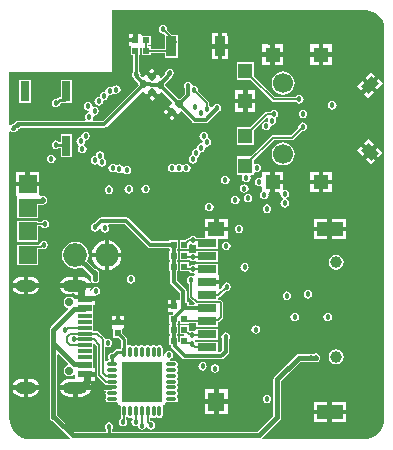
<source format=gbl>
G04*
G04 #@! TF.GenerationSoftware,Altium Limited,Altium Designer,20.1.10 (176)*
G04*
G04 Layer_Physical_Order=4*
G04 Layer_Color=16711680*
%FSLAX25Y25*%
%MOIN*%
G70*
G04*
G04 #@! TF.SameCoordinates,11B260F6-AB26-4D87-AEF0-EC618B47F653*
G04*
G04*
G04 #@! TF.FilePolarity,Positive*
G04*
G01*
G75*
%ADD10C,0.00600*%
%ADD12C,0.01000*%
%ADD15R,0.02000X0.02000*%
%ADD16R,0.02000X0.02000*%
%ADD21P,0.02828X4X270.0*%
%ADD67C,0.00500*%
%ADD68C,0.01500*%
%ADD69C,0.01300*%
%ADD70C,0.01200*%
%ADD74O,0.07087X0.03937*%
%ADD75O,0.08268X0.03937*%
%ADD76C,0.03937*%
%ADD77C,0.01800*%
%ADD78C,0.02756*%
%ADD79C,0.06693*%
%ADD80R,0.13780X0.13780*%
%ADD81O,0.01102X0.03527*%
%ADD82O,0.03526X0.01102*%
%ADD83O,0.03527X0.01102*%
%ADD84R,0.03543X0.06693*%
%ADD85R,0.04528X0.01181*%
%ADD86R,0.04528X0.02362*%
%ADD87R,0.05512X0.04724*%
%ADD88R,0.06299X0.02756*%
%ADD89R,0.08661X0.04724*%
%ADD90R,0.05512X0.06299*%
G04:AMPARAMS|DCode=91|XSize=33.47mil|YSize=47.24mil|CornerRadius=0mil|HoleSize=0mil|Usage=FLASHONLY|Rotation=315.000|XOffset=0mil|YOffset=0mil|HoleType=Round|Shape=Rectangle|*
%AMROTATEDRECTD91*
4,1,4,-0.02854,-0.00487,0.00487,0.02854,0.02854,0.00487,-0.00487,-0.02854,-0.02854,-0.00487,0.0*
%
%ADD91ROTATEDRECTD91*%

G04:AMPARAMS|DCode=92|XSize=33.47mil|YSize=47.24mil|CornerRadius=0mil|HoleSize=0mil|Usage=FLASHONLY|Rotation=45.000|XOffset=0mil|YOffset=0mil|HoleType=Round|Shape=Rectangle|*
%AMROTATEDRECTD92*
4,1,4,0.00487,-0.02854,-0.02854,0.00487,-0.00487,0.02854,0.02854,-0.00487,0.00487,-0.02854,0.0*
%
%ADD92ROTATEDRECTD92*%

%ADD93R,0.05118X0.04724*%
%ADD94R,0.04724X0.05118*%
%ADD95O,0.07874X0.07874*%
%ADD96R,0.05906X0.05906*%
%ADD97R,0.02756X0.06693*%
G36*
X112000Y143979D02*
X113166Y143864D01*
X114288Y143524D01*
X115322Y142971D01*
X116228Y142228D01*
X116971Y141322D01*
X117524Y140288D01*
X117864Y139166D01*
X117979Y138000D01*
X117980D01*
Y8000D01*
X117980Y8000D01*
X117980D01*
X117935Y7510D01*
X117850Y6638D01*
X117452Y5328D01*
X116807Y4120D01*
X115938Y3062D01*
X114880Y2193D01*
X113672Y1548D01*
X112362Y1151D01*
X111011Y1017D01*
X111000Y1020D01*
X77503D01*
X77485Y1043D01*
X77322Y1520D01*
X83201Y7399D01*
X83477Y7812D01*
X83574Y8300D01*
Y20572D01*
X89928Y26926D01*
X92787D01*
X92854Y26881D01*
X93400Y26773D01*
X93946Y26881D01*
X94012Y26926D01*
X94587D01*
X94654Y26881D01*
X95200Y26772D01*
X95746Y26881D01*
X96209Y27190D01*
X96519Y27653D01*
X96627Y28200D01*
X96519Y28746D01*
X96209Y29209D01*
X95746Y29518D01*
X95200Y29627D01*
X94654Y29518D01*
X94588Y29474D01*
X94012D01*
X93946Y29519D01*
X93400Y29627D01*
X92854Y29519D01*
X92787Y29474D01*
X89400D01*
X88912Y29377D01*
X88499Y29101D01*
X81399Y22001D01*
X81122Y21588D01*
X81025Y21100D01*
Y8828D01*
X75772Y3574D01*
X27220D01*
Y4206D01*
X27519Y4654D01*
X27627Y5200D01*
X27519Y5746D01*
X27209Y6209D01*
X26746Y6519D01*
X26200Y6627D01*
X25654Y6519D01*
X25191Y6209D01*
X24881Y5746D01*
X24773Y5200D01*
X24881Y4654D01*
X25180Y4206D01*
Y3574D01*
X14628D01*
X8975Y9228D01*
Y29212D01*
X9436Y29403D01*
X12664Y26175D01*
X12519Y25697D01*
X12307Y25655D01*
X11685Y25240D01*
X11270Y24619D01*
X11125Y23886D01*
X11270Y23153D01*
X11685Y22532D01*
X12307Y22117D01*
X13039Y21971D01*
X13772Y22117D01*
X14393Y22532D01*
X14472Y22650D01*
X14973Y22499D01*
Y21250D01*
X12843D01*
X12068Y21148D01*
X11345Y20849D01*
X10725Y20373D01*
X10249Y19753D01*
X9950Y19031D01*
X9947Y19006D01*
X20069D01*
X20065Y19031D01*
X19766Y19753D01*
X19589Y19984D01*
X19835Y20484D01*
X21500D01*
Y21915D01*
X18236D01*
Y23415D01*
X21500D01*
Y24846D01*
X21000D01*
Y29252D01*
Y32639D01*
X21500Y32846D01*
X22084Y32262D01*
Y22500D01*
X22084Y22500D01*
X22146Y22188D01*
X22323Y21923D01*
X24565Y19682D01*
X24565Y19682D01*
X24734Y19146D01*
X24706Y19039D01*
X27284D01*
Y17539D01*
X24708D01*
X24954Y17170D01*
X25247Y16975D01*
X25082Y16729D01*
X25001Y16319D01*
X25082Y15909D01*
X25247Y15663D01*
X25287Y15334D01*
X25247Y15005D01*
X25082Y14759D01*
X25001Y14349D01*
X25082Y13938D01*
X25315Y13591D01*
X25662Y13358D01*
X26072Y13277D01*
X28497D01*
X28737Y13325D01*
X29237Y13024D01*
Y12369D01*
X29892D01*
X30193Y11868D01*
X30145Y11629D01*
Y9205D01*
X30227Y8794D01*
X30337Y8629D01*
Y8108D01*
X29891Y7809D01*
X29581Y7346D01*
X29473Y6800D01*
X29581Y6254D01*
X29891Y5791D01*
X30354Y5481D01*
X30900Y5373D01*
X31446Y5481D01*
X31909Y5791D01*
X32219Y6254D01*
X32327Y6800D01*
X32219Y7346D01*
X31909Y7809D01*
X31867Y7838D01*
Y8374D01*
X31873Y8379D01*
X32429Y8447D01*
X32777Y8214D01*
X33187Y8133D01*
X33597Y8214D01*
X34063Y7924D01*
X34075Y7875D01*
X34063Y7768D01*
X33781Y7346D01*
X33673Y6800D01*
X33781Y6254D01*
X34091Y5791D01*
X34554Y5481D01*
X35100Y5373D01*
X35646Y5481D01*
X35810Y5413D01*
X35881Y5054D01*
X36191Y4591D01*
X36654Y4281D01*
X37200Y4173D01*
X37746Y4281D01*
X38209Y4591D01*
X38451Y4952D01*
X38846Y4992D01*
X39010Y4961D01*
X39191Y4691D01*
X39654Y4381D01*
X40200Y4273D01*
X40746Y4381D01*
X41209Y4691D01*
X41519Y5154D01*
X41627Y5700D01*
X41519Y6246D01*
X41209Y6709D01*
X40746Y7019D01*
X40200Y7127D01*
X39862Y7570D01*
Y8217D01*
X40125Y8352D01*
X40361Y8412D01*
X40657Y8214D01*
X41067Y8133D01*
X41477Y8214D01*
X41825Y8447D01*
X42279D01*
X42627Y8214D01*
X43037Y8133D01*
X43447Y8214D01*
X43795Y8447D01*
X44027Y8794D01*
X44109Y9205D01*
Y11629D01*
X44061Y11868D01*
X44363Y12369D01*
X45017D01*
Y13024D01*
X45517Y13325D01*
X45757Y13277D01*
X48182D01*
X48592Y13358D01*
X48939Y13591D01*
X49172Y13938D01*
X49253Y14349D01*
X49172Y14759D01*
X49007Y15005D01*
X48967Y15334D01*
X49007Y15663D01*
X49172Y15909D01*
X49253Y16319D01*
X49172Y16729D01*
X49007Y16975D01*
X48967Y17304D01*
X49007Y17632D01*
X49172Y17878D01*
X49253Y18289D01*
X49172Y18699D01*
X48939Y19047D01*
Y19501D01*
X49172Y19849D01*
X49253Y20259D01*
X49172Y20669D01*
X49007Y20915D01*
X48967Y21244D01*
X49007Y21573D01*
X49172Y21818D01*
X49253Y22229D01*
X49172Y22639D01*
X48939Y22986D01*
Y23441D01*
X49172Y23788D01*
X49253Y24199D01*
X49172Y24609D01*
X49007Y24855D01*
X48967Y25184D01*
X49007Y25512D01*
X49172Y25758D01*
X49253Y26169D01*
X49172Y26579D01*
X48939Y26926D01*
X48592Y27159D01*
X48182Y27240D01*
X46490D01*
X46441Y27740D01*
X46646Y27781D01*
X47109Y28091D01*
X47419Y28554D01*
X47527Y29100D01*
X47419Y29646D01*
X47109Y30109D01*
X46646Y30419D01*
X46100Y30527D01*
X45554Y30419D01*
X45091Y30109D01*
X44781Y29646D01*
X44673Y29100D01*
X44684Y29043D01*
X44391Y28659D01*
X44317Y28720D01*
X44109Y29003D01*
Y31314D01*
X44027Y31724D01*
X43795Y32072D01*
X43447Y32304D01*
X43037Y32386D01*
X42627Y32304D01*
X42279Y32072D01*
X41825D01*
X41477Y32304D01*
X41067Y32386D01*
X40657Y32304D01*
X40309Y32072D01*
X39855D01*
X39507Y32304D01*
X39097Y32386D01*
X38687Y32304D01*
X38339Y32072D01*
X37885D01*
X37537Y32304D01*
X37127Y32386D01*
X36717Y32304D01*
X36369Y32072D01*
X35813Y32140D01*
X35567Y32304D01*
X35157Y32386D01*
X34747Y32304D01*
X34399Y32072D01*
X33945D01*
X33597Y32304D01*
X33187Y32386D01*
X32777Y32304D01*
X32736Y32277D01*
X32236Y32544D01*
Y34383D01*
X32159Y34773D01*
X31938Y35104D01*
X30700Y36342D01*
X30700Y37900D01*
X31182Y37943D01*
X31200D01*
Y39193D01*
X29200D01*
X27200D01*
Y37943D01*
X27218D01*
X27700Y37900D01*
X27700Y37443D01*
Y34900D01*
X29258D01*
X30197Y33961D01*
Y31574D01*
X30145Y31314D01*
Y31121D01*
X28901D01*
X28511Y31043D01*
X28180Y30822D01*
X27267Y29909D01*
X26739Y29804D01*
X26275Y29494D01*
X25966Y29031D01*
X25857Y28485D01*
X25966Y27939D01*
X26098Y27740D01*
X26093Y27639D01*
X25869Y27200D01*
X25662Y27159D01*
X25416Y26994D01*
X25055Y27115D01*
X24916Y27216D01*
Y31647D01*
X25217Y31808D01*
X25416Y31869D01*
X25900Y31773D01*
X26446Y31881D01*
X26909Y32191D01*
X27219Y32654D01*
X27327Y33200D01*
X27219Y33746D01*
X26909Y34209D01*
X26446Y34519D01*
X25900Y34627D01*
X25404Y34529D01*
X25342Y34525D01*
X24858Y34789D01*
X24854Y34812D01*
X24677Y35077D01*
X24677Y35077D01*
X22929Y36825D01*
X22664Y37002D01*
X22352Y37064D01*
X22352Y37064D01*
X21000D01*
Y41063D01*
Y45681D01*
X21500D01*
Y47112D01*
X18236D01*
Y48612D01*
X21500D01*
Y48726D01*
X21800Y48973D01*
X22346Y49081D01*
X22809Y49391D01*
X23119Y49854D01*
X23227Y50400D01*
X23119Y50946D01*
X22809Y51409D01*
X22346Y51719D01*
X21800Y51827D01*
X21254Y51719D01*
X20791Y51409D01*
X20481Y50946D01*
X20373Y50400D01*
X20275Y50282D01*
X20037Y50306D01*
X19866Y50602D01*
X19791Y50834D01*
X20065Y51497D01*
X20069Y51522D01*
X9947D01*
X9950Y51497D01*
X10249Y50775D01*
X10725Y50155D01*
X11345Y49679D01*
X12068Y49380D01*
X12843Y49277D01*
X14973D01*
Y48029D01*
X14472Y47877D01*
X14393Y47996D01*
X13772Y48411D01*
X13039Y48557D01*
X12307Y48411D01*
X11685Y47996D01*
X11270Y47374D01*
X11125Y46642D01*
X11270Y45909D01*
X11685Y45288D01*
X12307Y44873D01*
X12521Y44830D01*
X12685Y44288D01*
X6799Y38401D01*
X6522Y37988D01*
X6425Y37500D01*
Y32942D01*
Y8400D01*
X6522Y7912D01*
X6799Y7499D01*
X7212Y7222D01*
X7416Y7182D01*
X13078Y1520D01*
X12915Y1043D01*
X12897Y1020D01*
X0D01*
X-11Y1017D01*
X-1362Y1151D01*
X-2672Y1548D01*
X-3880Y2193D01*
X-4938Y3062D01*
X-5807Y4120D01*
X-6452Y5328D01*
X-6849Y6638D01*
X-6983Y7989D01*
X-6980Y8000D01*
Y103543D01*
X-6637Y103685D01*
X-6480Y103719D01*
X-6046Y103428D01*
X-5500Y103320D01*
X-4954Y103428D01*
X-4491Y103738D01*
X-4181Y104201D01*
X-4124Y104488D01*
X-3654Y104581D01*
X-3209Y104878D01*
X24700D01*
X24700Y104878D01*
X25129Y104964D01*
X25493Y105207D01*
X37448Y117161D01*
X37502Y117124D01*
X37806Y116744D01*
Y116744D01*
X38690Y115860D01*
X40104Y117275D01*
X40634Y116744D01*
X41165Y117275D01*
X42579Y115860D01*
X43463Y116744D01*
X43895Y116908D01*
X47348Y113455D01*
X47129Y112967D01*
X46300Y112139D01*
X47714Y110725D01*
X49129Y109310D01*
X49957Y110139D01*
X50013Y110194D01*
X50445Y110358D01*
X53996Y106807D01*
X53996Y106807D01*
X54360Y106564D01*
X54789Y106478D01*
X54789Y106478D01*
X58400D01*
X58400Y106478D01*
X58829Y106564D01*
X59193Y106807D01*
X62298Y109912D01*
X62646Y109981D01*
X63109Y110291D01*
X63419Y110754D01*
X63527Y111300D01*
X63419Y111846D01*
X63109Y112309D01*
X62646Y112619D01*
X62100Y112727D01*
X61554Y112619D01*
X61091Y112309D01*
X60781Y111846D01*
X60598Y111761D01*
X60119Y111646D01*
X59809Y112109D01*
X59563Y112274D01*
Y113102D01*
X59505Y113394D01*
X59339Y113643D01*
X55970Y117011D01*
X56027Y117300D01*
X55919Y117846D01*
X55609Y118309D01*
X55146Y118619D01*
X54600Y118727D01*
X54600Y118727D01*
X54592Y118728D01*
X54575Y118731D01*
X54062Y119130D01*
X54019Y119346D01*
X53709Y119809D01*
X53246Y120119D01*
X52700Y120227D01*
X52154Y120119D01*
X51691Y119809D01*
X51381Y119346D01*
X51273Y118800D01*
X51381Y118254D01*
X51478Y118108D01*
Y116075D01*
X49957Y114554D01*
X49689Y114821D01*
X49422Y114554D01*
X44993Y118982D01*
X45261Y119250D01*
X44993Y119518D01*
X47040Y121564D01*
X47040Y121564D01*
X47283Y121928D01*
X47324Y122134D01*
X47409Y122191D01*
X47719Y122654D01*
X47827Y123200D01*
X47719Y123746D01*
X47409Y124209D01*
X46946Y124519D01*
X46400Y124627D01*
X45854Y124519D01*
X45391Y124209D01*
X45081Y123746D01*
X44973Y123200D01*
X45061Y122757D01*
X43692Y121388D01*
X43637Y121425D01*
X43334Y121806D01*
Y121806D01*
X42450Y122689D01*
X41035Y121275D01*
X40505Y121806D01*
X39975Y121275D01*
X38561Y122689D01*
X37732Y121861D01*
X37244Y121642D01*
X36638Y122248D01*
X36727Y122700D01*
X36619Y123246D01*
X36309Y123709D01*
X36198Y123784D01*
Y129000D01*
X36557D01*
X36557Y131428D01*
X36866Y131607D01*
X37100Y131451D01*
Y129000D01*
X40100D01*
Y129735D01*
X44784D01*
Y128112D01*
X49327D01*
Y135805D01*
X47174D01*
X45570Y137409D01*
X45627Y137700D01*
X45519Y138246D01*
X45209Y138709D01*
X44746Y139019D01*
X44200Y139127D01*
X43654Y139019D01*
X43191Y138709D01*
X42881Y138246D01*
X42773Y137700D01*
X42881Y137154D01*
X43191Y136691D01*
X43654Y136381D01*
X44200Y136273D01*
X44486Y136330D01*
X44587Y136229D01*
X44784Y135805D01*
X44784D01*
X44784Y135805D01*
Y131265D01*
X40100D01*
Y132000D01*
X39365D01*
Y132600D01*
X40100D01*
Y135600D01*
X37100Y135600D01*
X37057Y136082D01*
Y136100D01*
X35807D01*
Y134100D01*
X35057D01*
Y133350D01*
X33057D01*
Y132100D01*
X33098D01*
X33557Y132000D01*
X33557Y131600D01*
Y129000D01*
X34159D01*
Y123512D01*
X33981Y123246D01*
X33873Y122700D01*
X33981Y122154D01*
X34291Y121691D01*
X34374Y121635D01*
X34417Y121418D01*
X34660Y121054D01*
X36146Y119568D01*
X35879Y119300D01*
X36146Y119032D01*
X24235Y107122D01*
X21031D01*
X20764Y107622D01*
X20919Y107854D01*
X21027Y108400D01*
X20999Y108543D01*
X21400Y108973D01*
X21946Y109081D01*
X22409Y109391D01*
X22719Y109854D01*
X22827Y110400D01*
X22719Y110946D01*
X22409Y111409D01*
X21946Y111719D01*
X21400Y111827D01*
X21091Y111766D01*
X20709Y111959D01*
X20600Y112139D01*
X20519Y112546D01*
X20209Y113009D01*
X19746Y113319D01*
X19200Y113427D01*
X18654Y113319D01*
X18191Y113009D01*
X17881Y112546D01*
X17773Y112000D01*
X17881Y111454D01*
X18191Y110991D01*
X18654Y110681D01*
X19200Y110573D01*
X19509Y110634D01*
X19617Y110579D01*
X19684Y110282D01*
X19335Y109775D01*
X19054Y109719D01*
X18591Y109409D01*
X18281Y108946D01*
X18173Y108400D01*
X18281Y107854D01*
X18436Y107622D01*
X18169Y107122D01*
X-3508D01*
X-3654Y107219D01*
X-4200Y107327D01*
X-4746Y107219D01*
X-5209Y106909D01*
X-5519Y106446D01*
X-5563Y106223D01*
X-5639Y106147D01*
X-6046Y106066D01*
X-6480Y105776D01*
X-6637Y105810D01*
X-6980Y105952D01*
Y123500D01*
X27200D01*
Y143980D01*
X112000D01*
Y143979D01*
D02*
G37*
%LPC*%
G36*
X34307Y136100D02*
X33057D01*
Y134850D01*
X34307D01*
Y136100D01*
D02*
G37*
G36*
X65969Y136305D02*
X63948D01*
Y132708D01*
X65969D01*
Y136305D01*
D02*
G37*
G36*
X62448D02*
X60426D01*
Y132708D01*
X62448D01*
Y136305D01*
D02*
G37*
G36*
X84299Y132622D02*
X81490D01*
Y130010D01*
X84299D01*
Y132622D01*
D02*
G37*
G36*
X79990D02*
X77181D01*
Y130010D01*
X79990D01*
Y132622D01*
D02*
G37*
G36*
X100441D02*
X97632D01*
Y130010D01*
X100441D01*
Y132622D01*
D02*
G37*
G36*
X96132D02*
X93323D01*
Y130010D01*
X96132D01*
Y132622D01*
D02*
G37*
G36*
X65969Y131208D02*
X63948D01*
Y127612D01*
X65969D01*
Y131208D01*
D02*
G37*
G36*
X62448D02*
X60426D01*
Y127612D01*
X62448D01*
Y131208D01*
D02*
G37*
G36*
X100441Y128510D02*
X97632D01*
Y125898D01*
X100441D01*
Y128510D01*
D02*
G37*
G36*
X96132D02*
X93323D01*
Y125898D01*
X96132D01*
Y128510D01*
D02*
G37*
G36*
X84299Y128510D02*
X81490D01*
Y125898D01*
X84299D01*
Y128510D01*
D02*
G37*
G36*
X79990D02*
X77181D01*
Y125898D01*
X79990D01*
Y128510D01*
D02*
G37*
G36*
X40505Y124634D02*
X39621Y123750D01*
X40505Y122866D01*
X41389Y123750D01*
X40505Y124634D01*
D02*
G37*
G36*
X113623Y123403D02*
X111776Y121556D01*
X113135Y120196D01*
X114982Y122043D01*
X113623Y123403D01*
D02*
G37*
G36*
X28700Y119027D02*
X28154Y118919D01*
X27691Y118609D01*
X27648Y118546D01*
X26962Y118408D01*
X26946Y118419D01*
X26400Y118527D01*
X25854Y118419D01*
X25391Y118109D01*
X25081Y117646D01*
X24973Y117100D01*
X24501Y116908D01*
X24054Y116819D01*
X23591Y116509D01*
X23281Y116046D01*
X23173Y115500D01*
X23177Y115476D01*
X22824Y115123D01*
X22800Y115127D01*
X22254Y115019D01*
X21791Y114709D01*
X21481Y114246D01*
X21373Y113700D01*
X21481Y113154D01*
X21791Y112691D01*
X22254Y112381D01*
X22800Y112273D01*
X23346Y112381D01*
X23809Y112691D01*
X24119Y113154D01*
X24227Y113700D01*
X24223Y113724D01*
X24576Y114077D01*
X24600Y114073D01*
X25146Y114181D01*
X25609Y114491D01*
X25919Y114954D01*
X26027Y115500D01*
X26499Y115692D01*
X26946Y115781D01*
X27409Y116091D01*
X27452Y116154D01*
X28138Y116292D01*
X28154Y116281D01*
X28700Y116173D01*
X29246Y116281D01*
X29709Y116591D01*
X30019Y117054D01*
X30127Y117600D01*
X30019Y118146D01*
X29709Y118609D01*
X29246Y118919D01*
X28700Y119027D01*
D02*
G37*
G36*
X116043Y120983D02*
X114196Y119135D01*
X115556Y117775D01*
X117403Y119623D01*
X116043Y120983D01*
D02*
G37*
G36*
X110715Y120495D02*
X108868Y118648D01*
X110228Y117288D01*
X112075Y119135D01*
X110715Y120495D01*
D02*
G37*
G36*
X84284Y123691D02*
X83279Y123558D01*
X82344Y123171D01*
X81540Y122554D01*
X80924Y121751D01*
X80536Y120815D01*
X80404Y119811D01*
X80536Y118807D01*
X80924Y117871D01*
X81540Y117068D01*
X82344Y116451D01*
X83279Y116064D01*
X84284Y115931D01*
X85288Y116064D01*
X86223Y116451D01*
X87027Y117068D01*
X87643Y117871D01*
X88031Y118807D01*
X88163Y119811D01*
X88031Y120815D01*
X87643Y121751D01*
X87027Y122554D01*
X86223Y123171D01*
X85288Y123558D01*
X84284Y123691D01*
D02*
G37*
G36*
X113135Y118075D02*
X111288Y116228D01*
X112648Y114868D01*
X114495Y116715D01*
X113135Y118075D01*
D02*
G37*
G36*
X75047Y117366D02*
X72435D01*
Y114557D01*
X75047D01*
Y117366D01*
D02*
G37*
G36*
X70935D02*
X68323D01*
Y114557D01*
X70935D01*
Y117366D01*
D02*
G37*
G36*
X13895Y120860D02*
X10139D01*
Y115187D01*
X9783D01*
X9393Y115109D01*
X9062Y114888D01*
X8669Y114494D01*
X8500Y114527D01*
X7954Y114419D01*
X7491Y114109D01*
X7181Y113646D01*
X7073Y113100D01*
X7181Y112554D01*
X7491Y112091D01*
X7954Y111781D01*
X8500Y111673D01*
X9046Y111781D01*
X9509Y112091D01*
X9819Y112554D01*
X9870Y112812D01*
X10206Y113147D01*
X11139D01*
X11237Y113167D01*
X13895D01*
Y120860D01*
D02*
G37*
G36*
X40634Y115684D02*
X39750Y114800D01*
X40634Y113916D01*
X41518Y114800D01*
X40634Y115684D01*
D02*
G37*
G36*
X115Y120860D02*
X-3641D01*
Y113167D01*
X115D01*
Y120860D01*
D02*
G37*
G36*
X74547Y126807D02*
X68823D01*
Y120689D01*
X73663D01*
X80592Y113759D01*
X80840Y113593D01*
X81133Y113535D01*
X88527D01*
X88691Y113291D01*
X89154Y112981D01*
X89700Y112873D01*
X90246Y112981D01*
X90709Y113291D01*
X91019Y113754D01*
X91127Y114300D01*
X91019Y114846D01*
X90709Y115309D01*
X90246Y115619D01*
X89700Y115727D01*
X89154Y115619D01*
X88691Y115309D01*
X88527Y115065D01*
X81450D01*
X74547Y121967D01*
Y126807D01*
D02*
G37*
G36*
X100700Y113727D02*
X100153Y113619D01*
X99690Y113309D01*
X99381Y112846D01*
X99272Y112300D01*
X99381Y111753D01*
X99690Y111290D01*
X100153Y110981D01*
X100700Y110872D01*
X101246Y110981D01*
X101709Y111290D01*
X102018Y111753D01*
X102127Y112300D01*
X102018Y112846D01*
X101709Y113309D01*
X101246Y113619D01*
X100700Y113727D01*
D02*
G37*
G36*
X75047Y113057D02*
X72435D01*
Y110248D01*
X75047D01*
Y113057D01*
D02*
G37*
G36*
X70935D02*
X68323D01*
Y110248D01*
X70935D01*
Y113057D01*
D02*
G37*
G36*
X45240Y111078D02*
X44356Y110194D01*
X45240Y109310D01*
X46123Y110194D01*
X45240Y111078D01*
D02*
G37*
G36*
X90900Y110927D02*
X90354Y110819D01*
X89891Y110509D01*
X89581Y110046D01*
X89473Y109500D01*
X89581Y108954D01*
X89891Y108491D01*
X90354Y108181D01*
X90900Y108073D01*
X91446Y108181D01*
X91909Y108491D01*
X92219Y108954D01*
X92327Y109500D01*
X92219Y110046D01*
X91909Y110509D01*
X91446Y110819D01*
X90900Y110927D01*
D02*
G37*
G36*
X47184Y109134D02*
X46300Y108250D01*
X47184Y107366D01*
X48068Y108250D01*
X47184Y109134D01*
D02*
G37*
G36*
X81200Y110827D02*
X80654Y110719D01*
X80191Y110409D01*
X80027Y110165D01*
X78892D01*
X78600Y110107D01*
X78351Y109941D01*
X73663Y105252D01*
X68823D01*
Y99134D01*
X74547D01*
Y103974D01*
X78857Y108284D01*
X78907Y108298D01*
X78942Y108288D01*
X79181Y107746D01*
X79073Y107200D01*
X79077Y107176D01*
X78724Y106823D01*
X78700Y106827D01*
X78154Y106719D01*
X77691Y106409D01*
X77381Y105946D01*
X77273Y105400D01*
X77381Y104854D01*
X77691Y104391D01*
X78154Y104081D01*
X78700Y103973D01*
X79246Y104081D01*
X79709Y104391D01*
X80019Y104854D01*
X80127Y105400D01*
X80123Y105424D01*
X80476Y105777D01*
X80500Y105773D01*
X81046Y105881D01*
X81509Y106191D01*
X81819Y106654D01*
X81927Y107200D01*
X81819Y107746D01*
X82057Y108289D01*
X82209Y108391D01*
X82519Y108854D01*
X82627Y109400D01*
X82519Y109946D01*
X82209Y110409D01*
X81746Y110719D01*
X81200Y110827D01*
D02*
G37*
G36*
X90800Y106627D02*
X90254Y106519D01*
X89791Y106209D01*
X89481Y105746D01*
X89373Y105200D01*
X89430Y104911D01*
X86883Y102365D01*
X80836D01*
X80544Y102306D01*
X80295Y102141D01*
X73466Y95311D01*
X68823D01*
Y89193D01*
X70445D01*
X70712Y88693D01*
X70681Y88646D01*
X70573Y88100D01*
X70681Y87554D01*
X70991Y87091D01*
X71454Y86781D01*
X72000Y86673D01*
X72546Y86781D01*
X73009Y87091D01*
X73319Y87554D01*
X73427Y88100D01*
X73319Y88646D01*
X73288Y88693D01*
X73555Y89193D01*
X74547D01*
Y89897D01*
X75047Y90163D01*
X75500Y90073D01*
X76046Y90181D01*
X76509Y90491D01*
X76819Y90954D01*
X76927Y91500D01*
X76819Y92046D01*
X76509Y92509D01*
X76046Y92819D01*
X75500Y92927D01*
X75047Y92837D01*
X74547Y93103D01*
Y94230D01*
X81153Y100835D01*
X87200D01*
X87493Y100893D01*
X87741Y101059D01*
X90511Y103830D01*
X90800Y103773D01*
X91346Y103881D01*
X91809Y104191D01*
X92119Y104654D01*
X92227Y105200D01*
X92119Y105746D01*
X91809Y106209D01*
X91346Y106519D01*
X90800Y106627D01*
D02*
G37*
G36*
X13895Y102750D02*
X10139D01*
Y100220D01*
X9494D01*
X9046Y100519D01*
X8500Y100627D01*
X7954Y100519D01*
X7491Y100209D01*
X7181Y99746D01*
X7073Y99200D01*
X7181Y98654D01*
X7491Y98191D01*
X7954Y97881D01*
X8500Y97773D01*
X9046Y97881D01*
X9494Y98180D01*
X10139D01*
Y95057D01*
X13895D01*
Y102750D01*
D02*
G37*
G36*
X57757Y103477D02*
X57211Y103369D01*
X56748Y103059D01*
X56438Y102596D01*
X56330Y102050D01*
X56438Y101504D01*
X56748Y101041D01*
X57211Y100731D01*
X57409Y100182D01*
X57373Y100000D01*
X56938Y99620D01*
X56900Y99627D01*
X56354Y99519D01*
X55891Y99209D01*
X55581Y98746D01*
X55473Y98200D01*
X55026Y97883D01*
X54704Y97819D01*
X54241Y97509D01*
X53931Y97046D01*
X53823Y96500D01*
X53887Y96175D01*
X53654Y95619D01*
X53191Y95309D01*
X52881Y94846D01*
X52773Y94300D01*
X52881Y93754D01*
X53191Y93291D01*
X53654Y92981D01*
X54200Y92873D01*
X54746Y92981D01*
X55209Y93291D01*
X55519Y93754D01*
X55627Y94300D01*
X55563Y94625D01*
X55796Y95181D01*
X56259Y95491D01*
X56569Y95954D01*
X56677Y96500D01*
X57124Y96817D01*
X57446Y96881D01*
X57909Y97191D01*
X58219Y97654D01*
X58327Y98200D01*
X58762Y98580D01*
X58800Y98573D01*
X59346Y98681D01*
X59809Y98991D01*
X60119Y99454D01*
X60227Y100000D01*
X60119Y100546D01*
X59809Y101009D01*
X59346Y101319D01*
X59148Y101868D01*
X59185Y102050D01*
X59076Y102596D01*
X58767Y103059D01*
X58303Y103369D01*
X57757Y103477D01*
D02*
G37*
G36*
X112648Y101132D02*
X111288Y99772D01*
X113135Y97925D01*
X114495Y99285D01*
X112648Y101132D01*
D02*
G37*
G36*
X18400Y103527D02*
X17854Y103419D01*
X17391Y103109D01*
X17081Y102646D01*
X16992Y102199D01*
X16938Y102066D01*
X16547Y101677D01*
X16254Y101619D01*
X15791Y101309D01*
X15481Y100846D01*
X15373Y100300D01*
X15481Y99754D01*
X15791Y99291D01*
X15975Y99168D01*
X16222Y98887D01*
X16102Y98527D01*
X15981Y98346D01*
X15873Y97800D01*
X15981Y97254D01*
X16291Y96791D01*
X16754Y96481D01*
X17300Y96373D01*
X17846Y96481D01*
X18309Y96791D01*
X18619Y97254D01*
X18727Y97800D01*
X18619Y98346D01*
X18309Y98809D01*
X18125Y98932D01*
X17878Y99213D01*
X17998Y99573D01*
X18119Y99754D01*
X18208Y100201D01*
X18262Y100335D01*
X18653Y100723D01*
X18946Y100781D01*
X19409Y101091D01*
X19719Y101554D01*
X19827Y102100D01*
X19719Y102646D01*
X19409Y103109D01*
X18946Y103419D01*
X18400Y103527D01*
D02*
G37*
G36*
X110228Y98712D02*
X108868Y97352D01*
X110715Y95505D01*
X112075Y96865D01*
X110228Y98712D01*
D02*
G37*
G36*
X115556Y98225D02*
X114196Y96865D01*
X116043Y95017D01*
X117403Y96377D01*
X115556Y98225D01*
D02*
G37*
G36*
X7000Y95927D02*
X6454Y95819D01*
X5991Y95509D01*
X5681Y95046D01*
X5573Y94500D01*
X5681Y93954D01*
X5991Y93491D01*
X6454Y93181D01*
X7000Y93073D01*
X7546Y93181D01*
X8009Y93491D01*
X8319Y93954D01*
X8427Y94500D01*
X8319Y95046D01*
X8009Y95509D01*
X7546Y95819D01*
X7000Y95927D01*
D02*
G37*
G36*
X113135Y95804D02*
X111776Y94444D01*
X113623Y92597D01*
X114982Y93957D01*
X113135Y95804D01*
D02*
G37*
G36*
X49600Y92827D02*
X49054Y92719D01*
X48591Y92409D01*
X48309D01*
X47846Y92719D01*
X47300Y92827D01*
X46754Y92719D01*
X46291Y92409D01*
X45981Y91946D01*
X45873Y91400D01*
X45981Y90854D01*
X46291Y90391D01*
X46754Y90081D01*
X47300Y89973D01*
X47846Y90081D01*
X48309Y90391D01*
X48591D01*
X49054Y90081D01*
X49600Y89973D01*
X50146Y90081D01*
X50456Y90288D01*
X50989Y90389D01*
X51452Y90080D01*
X51999Y89971D01*
X52545Y90080D01*
X53008Y90389D01*
X53317Y90852D01*
X53426Y91399D01*
X53317Y91945D01*
X53008Y92408D01*
X52545Y92717D01*
X51999Y92826D01*
X51452Y92717D01*
X51143Y92511D01*
X50609Y92409D01*
X50146Y92719D01*
X49600Y92827D01*
D02*
G37*
G36*
X84284Y100069D02*
X83279Y99936D01*
X82344Y99549D01*
X81540Y98932D01*
X80924Y98129D01*
X80536Y97193D01*
X80404Y96189D01*
X80536Y95185D01*
X80924Y94249D01*
X81540Y93446D01*
X82344Y92829D01*
X83279Y92441D01*
X84284Y92309D01*
X85288Y92441D01*
X86223Y92829D01*
X87027Y93446D01*
X87643Y94249D01*
X88031Y95185D01*
X88163Y96189D01*
X88031Y97193D01*
X87643Y98129D01*
X87027Y98932D01*
X86223Y99549D01*
X85288Y99936D01*
X84284Y100069D01*
D02*
G37*
G36*
X23200Y97027D02*
X22654Y96919D01*
X22191Y96609D01*
X21881Y96146D01*
X21773Y95600D01*
X21305Y95389D01*
X20954Y95319D01*
X20491Y95009D01*
X20181Y94546D01*
X20073Y94000D01*
X20181Y93454D01*
X20491Y92991D01*
X20954Y92681D01*
X21500Y92573D01*
X22046Y92681D01*
X22081Y92705D01*
X22581Y92754D01*
X22706Y92567D01*
X22891Y92291D01*
X23354Y91981D01*
X23900Y91873D01*
X24446Y91981D01*
X24909Y92291D01*
X25219Y92754D01*
X25327Y93300D01*
X25219Y93846D01*
X24909Y94309D01*
X24669Y94470D01*
X24519Y95054D01*
X24627Y95600D01*
X24519Y96146D01*
X24209Y96609D01*
X23746Y96919D01*
X23200Y97027D01*
D02*
G37*
G36*
X27400Y92827D02*
X26854Y92719D01*
X26391Y92409D01*
X26081Y91946D01*
X25973Y91400D01*
X26081Y90854D01*
X26391Y90391D01*
X26854Y90081D01*
X27400Y89973D01*
X27946Y90081D01*
X28096Y90181D01*
X28691Y90191D01*
X29154Y89881D01*
X29700Y89773D01*
X30246Y89881D01*
X30473Y90033D01*
X30733Y90174D01*
X31114Y89905D01*
X31191Y89791D01*
X31654Y89481D01*
X32200Y89373D01*
X32746Y89481D01*
X33209Y89791D01*
X33519Y90254D01*
X33627Y90800D01*
X33519Y91346D01*
X33209Y91809D01*
X32746Y92119D01*
X32200Y92227D01*
X31654Y92119D01*
X31427Y91967D01*
X31167Y91826D01*
X30786Y92095D01*
X30709Y92209D01*
X30246Y92519D01*
X29700Y92627D01*
X29154Y92519D01*
X29004Y92419D01*
X28409Y92409D01*
X27946Y92719D01*
X27400Y92827D01*
D02*
G37*
G36*
X79990Y90102D02*
X77181D01*
Y88451D01*
X76681Y88152D01*
X76300Y88227D01*
X75754Y88119D01*
X75291Y87809D01*
X74981Y87346D01*
X74873Y86800D01*
X74981Y86254D01*
X75291Y85791D01*
X75754Y85481D01*
X76300Y85373D01*
X76681Y85448D01*
X77181Y85149D01*
Y83537D01*
X76991Y83409D01*
X76681Y82946D01*
X76573Y82400D01*
X76681Y81854D01*
X76991Y81391D01*
X77454Y81081D01*
X78000Y80973D01*
X78546Y81081D01*
X79009Y81391D01*
X79319Y81854D01*
X79427Y82400D01*
X79332Y82878D01*
X79443Y83178D01*
X79549Y83378D01*
X79990D01*
Y86740D01*
Y90102D01*
D02*
G37*
G36*
X84299D02*
X81490D01*
Y87490D01*
X84299D01*
Y90102D01*
D02*
G37*
G36*
X100441D02*
X97632D01*
Y87490D01*
X100441D01*
Y90102D01*
D02*
G37*
G36*
X96132D02*
X93323D01*
Y87490D01*
X96132D01*
Y90102D01*
D02*
G37*
G36*
X3024Y90047D02*
X-179D01*
Y86844D01*
X3024D01*
Y90047D01*
D02*
G37*
G36*
X-1679D02*
X-4882D01*
Y86844D01*
X-1679D01*
Y90047D01*
D02*
G37*
G36*
X65000Y88827D02*
X64454Y88719D01*
X63991Y88409D01*
X63681Y87946D01*
X63573Y87400D01*
X63681Y86854D01*
X63991Y86391D01*
X64454Y86081D01*
X65000Y85973D01*
X65546Y86081D01*
X66009Y86391D01*
X66319Y86854D01*
X66427Y87400D01*
X66319Y87946D01*
X66009Y88409D01*
X65546Y88719D01*
X65000Y88827D01*
D02*
G37*
G36*
X100441Y85990D02*
X97632D01*
Y83378D01*
X100441D01*
Y85990D01*
D02*
G37*
G36*
X96132D02*
X93323D01*
Y83378D01*
X96132D01*
Y85990D01*
D02*
G37*
G36*
X71300Y86027D02*
X70754Y85919D01*
X70291Y85609D01*
X69981Y85146D01*
X69873Y84600D01*
X69981Y84054D01*
X70291Y83591D01*
X70754Y83281D01*
X71300Y83173D01*
X71846Y83281D01*
X72309Y83591D01*
X72619Y84054D01*
X72727Y84600D01*
X72619Y85146D01*
X72309Y85609D01*
X71846Y85919D01*
X71300Y86027D01*
D02*
G37*
G36*
X38400Y85827D02*
X37854Y85719D01*
X37391Y85409D01*
X37081Y84946D01*
X36973Y84400D01*
X37081Y83854D01*
X37391Y83391D01*
X37854Y83081D01*
X38400Y82973D01*
X38946Y83081D01*
X39409Y83391D01*
X39719Y83854D01*
X39827Y84400D01*
X39719Y84946D01*
X39409Y85409D01*
X38946Y85719D01*
X38400Y85827D01*
D02*
G37*
G36*
X32800Y85727D02*
X32254Y85619D01*
X31791Y85309D01*
X31481Y84846D01*
X31373Y84300D01*
X31481Y83754D01*
X31791Y83291D01*
X32254Y82981D01*
X32800Y82873D01*
X33346Y82981D01*
X33809Y83291D01*
X34119Y83754D01*
X34227Y84300D01*
X34119Y84846D01*
X33809Y85309D01*
X33346Y85619D01*
X32800Y85727D01*
D02*
G37*
G36*
X26200Y85627D02*
X25654Y85519D01*
X25191Y85209D01*
X24881Y84746D01*
X24773Y84200D01*
X24881Y83654D01*
X25191Y83191D01*
X25654Y82881D01*
X26200Y82773D01*
X26746Y82881D01*
X27209Y83191D01*
X27519Y83654D01*
X27627Y84200D01*
X27519Y84746D01*
X27209Y85209D01*
X26746Y85519D01*
X26200Y85627D01*
D02*
G37*
G36*
X72600Y82827D02*
X72054Y82719D01*
X71591Y82409D01*
X71281Y81946D01*
X71173Y81400D01*
X71281Y80854D01*
X71591Y80391D01*
X72054Y80081D01*
X72600Y79973D01*
X73146Y80081D01*
X73609Y80391D01*
X73919Y80854D01*
X74027Y81400D01*
X73919Y81946D01*
X73609Y82409D01*
X73146Y82719D01*
X72600Y82827D01*
D02*
G37*
G36*
X68300Y82227D02*
X67754Y82119D01*
X67291Y81809D01*
X66981Y81346D01*
X66873Y80800D01*
X66981Y80254D01*
X67291Y79791D01*
X67754Y79481D01*
X68300Y79373D01*
X68846Y79481D01*
X69309Y79791D01*
X69619Y80254D01*
X69727Y80800D01*
X69619Y81346D01*
X69309Y81809D01*
X68846Y82119D01*
X68300Y82227D01*
D02*
G37*
G36*
X84299Y85990D02*
X81490D01*
Y83378D01*
X82978D01*
X83388Y82878D01*
X83373Y82800D01*
X83481Y82254D01*
X83791Y81791D01*
X84235Y81494D01*
X84248Y81408D01*
X84216Y80988D01*
X84214Y80979D01*
X83752Y80671D01*
X83442Y80208D01*
X83334Y79661D01*
X83442Y79115D01*
X83752Y78652D01*
X84215Y78342D01*
X84761Y78234D01*
X85308Y78342D01*
X85771Y78652D01*
X86080Y79115D01*
X86189Y79661D01*
X86080Y80208D01*
X85771Y80671D01*
X85326Y80967D01*
X85313Y81054D01*
X85346Y81474D01*
X85347Y81482D01*
X85809Y81791D01*
X86119Y82254D01*
X86227Y82800D01*
X86119Y83346D01*
X85809Y83809D01*
X85346Y84119D01*
X84800Y84227D01*
X84686Y84205D01*
X84299Y84522D01*
Y85990D01*
D02*
G37*
G36*
X59700Y79827D02*
X59154Y79719D01*
X58691Y79409D01*
X58381Y78946D01*
X58273Y78400D01*
X58381Y77854D01*
X58691Y77391D01*
X59154Y77081D01*
X59700Y76973D01*
X60246Y77081D01*
X60709Y77391D01*
X61019Y77854D01*
X61127Y78400D01*
X61019Y78946D01*
X60709Y79409D01*
X60246Y79719D01*
X59700Y79827D01*
D02*
G37*
G36*
X78900Y79327D02*
X78354Y79219D01*
X77891Y78909D01*
X77581Y78446D01*
X77473Y77900D01*
X77581Y77354D01*
X77891Y76891D01*
X78354Y76581D01*
X78900Y76473D01*
X79446Y76581D01*
X79909Y76891D01*
X80219Y77354D01*
X80327Y77900D01*
X80219Y78446D01*
X79909Y78909D01*
X79446Y79219D01*
X78900Y79327D01*
D02*
G37*
G36*
X3024Y85344D02*
X-929D01*
X-4882D01*
Y82142D01*
X-4458D01*
X-4382Y81673D01*
X-4382Y81642D01*
Y74768D01*
X2524D01*
Y79149D01*
X3742D01*
X4230Y79246D01*
X4513Y79435D01*
X4746Y79481D01*
X5209Y79791D01*
X5519Y80254D01*
X5627Y80800D01*
X5519Y81346D01*
X5209Y81809D01*
X4746Y82119D01*
X4200Y82227D01*
X3654Y82119D01*
X3461Y81990D01*
X3024Y82299D01*
Y85344D01*
D02*
G37*
G36*
X4800Y74227D02*
X4254Y74119D01*
X3791Y73809D01*
X3627Y73565D01*
X2524D01*
Y73799D01*
X-4382D01*
Y66894D01*
X2524D01*
Y72035D01*
X3627D01*
X3791Y71791D01*
X4254Y71481D01*
X4800Y71373D01*
X5346Y71481D01*
X5809Y71791D01*
X6119Y72254D01*
X6227Y72800D01*
X6119Y73346D01*
X5809Y73809D01*
X5346Y74119D01*
X4800Y74227D01*
D02*
G37*
G36*
X65761Y74446D02*
X62755D01*
Y71834D01*
X65761D01*
Y74446D01*
D02*
G37*
G36*
X61255D02*
X58249D01*
Y71834D01*
X61255D01*
Y74446D01*
D02*
G37*
G36*
X105131D02*
X100550D01*
Y71834D01*
X105131D01*
Y74446D01*
D02*
G37*
G36*
X99050D02*
X94469D01*
Y71834D01*
X99050D01*
Y74446D01*
D02*
G37*
G36*
X69538Y72589D02*
X68992Y72481D01*
X68529Y72171D01*
X68219Y71708D01*
X68111Y71162D01*
X68219Y70616D01*
X68529Y70153D01*
X68992Y69843D01*
X69538Y69735D01*
X70084Y69843D01*
X70547Y70153D01*
X70857Y70616D01*
X70965Y71162D01*
X70857Y71708D01*
X70547Y72171D01*
X70084Y72481D01*
X69538Y72589D01*
D02*
G37*
G36*
X65761Y70334D02*
X62005D01*
X58249D01*
Y68238D01*
X55157D01*
X55109Y68309D01*
X54646Y68619D01*
X54100Y68727D01*
X53554Y68619D01*
X53091Y68309D01*
X52927Y68065D01*
X52773D01*
X52481Y68006D01*
X52232Y67841D01*
X51719Y67327D01*
X49800D01*
Y64327D01*
X52800D01*
Y65894D01*
X53300Y66151D01*
X53554Y65981D01*
X54100Y65873D01*
X54627Y65977D01*
X54649Y65980D01*
X55127Y65701D01*
Y64482D01*
X62426D01*
Y67722D01*
X65761D01*
Y70334D01*
D02*
G37*
G36*
X105131Y70334D02*
X100550D01*
Y67722D01*
X105131D01*
Y70334D01*
D02*
G37*
G36*
X99050D02*
X94469D01*
Y67722D01*
X99050D01*
Y70334D01*
D02*
G37*
G36*
X4400Y67227D02*
X3854Y67119D01*
X3391Y66809D01*
X3081Y66346D01*
X3000Y65940D01*
X1774D01*
X1700Y65925D01*
X-4382D01*
Y59020D01*
X2524D01*
Y64411D01*
X3423D01*
X3716Y64469D01*
X3794Y64521D01*
X3854Y64481D01*
X4400Y64373D01*
X4946Y64481D01*
X5409Y64791D01*
X5719Y65254D01*
X5827Y65800D01*
X5719Y66346D01*
X5409Y66809D01*
X4946Y67119D01*
X4400Y67227D01*
D02*
G37*
G36*
X65300Y66927D02*
X64754Y66819D01*
X64291Y66509D01*
X63981Y66046D01*
X63873Y65500D01*
X63981Y64954D01*
X64291Y64491D01*
X64754Y64181D01*
X65300Y64073D01*
X65846Y64181D01*
X66309Y64491D01*
X66619Y64954D01*
X66727Y65500D01*
X66619Y66046D01*
X66309Y66509D01*
X65846Y66819D01*
X65300Y66927D01*
D02*
G37*
G36*
X62426Y63907D02*
X55127D01*
Y63384D01*
X54773Y63194D01*
X54627Y63162D01*
X54133Y63261D01*
X53587Y63152D01*
X53300Y62960D01*
X52800Y63189D01*
Y63700D01*
X49800D01*
Y60700D01*
X52800D01*
X52800Y60700D01*
X53300Y60706D01*
X53587Y60514D01*
X54133Y60406D01*
X54627Y60504D01*
X54773Y60472D01*
X55127Y60283D01*
Y60151D01*
X62426D01*
Y63907D01*
D02*
G37*
G36*
X26250Y67281D02*
Y63150D01*
X30381D01*
X30310Y63689D01*
X29812Y64890D01*
X29021Y65921D01*
X27990Y66712D01*
X26789Y67210D01*
X26250Y67281D01*
D02*
G37*
G36*
X24750D02*
X24211Y67210D01*
X23010Y66712D01*
X21979Y65921D01*
X21188Y64890D01*
X20690Y63689D01*
X20619Y63150D01*
X24750D01*
Y67281D01*
D02*
G37*
G36*
X101910Y62577D02*
X100947Y62386D01*
X100130Y61840D01*
X99585Y61024D01*
X99393Y60061D01*
X99585Y59097D01*
X100130Y58281D01*
X100947Y57735D01*
X101910Y57544D01*
X102873Y57735D01*
X103690Y58281D01*
X104235Y59097D01*
X104427Y60061D01*
X104235Y61024D01*
X103690Y61840D01*
X102873Y62386D01*
X101910Y62577D01*
D02*
G37*
G36*
X30381Y61650D02*
X26250D01*
Y57519D01*
X26789Y57590D01*
X27990Y58087D01*
X29021Y58879D01*
X29812Y59910D01*
X30310Y61111D01*
X30381Y61650D01*
D02*
G37*
G36*
X24750D02*
X20619D01*
X20690Y61111D01*
X21188Y59910D01*
X21979Y58879D01*
X23010Y58087D01*
X24211Y57590D01*
X24750Y57519D01*
Y61650D01*
D02*
G37*
G36*
X71400Y59727D02*
X70854Y59619D01*
X70391Y59309D01*
X70081Y58846D01*
X69973Y58300D01*
X70081Y57754D01*
X70391Y57291D01*
X70854Y56981D01*
X71400Y56873D01*
X71946Y56981D01*
X72409Y57291D01*
X72719Y57754D01*
X72827Y58300D01*
X72719Y58846D01*
X72409Y59309D01*
X71946Y59619D01*
X71400Y59727D01*
D02*
G37*
G36*
X17173Y55266D02*
X15758D01*
Y53022D01*
X20069D01*
X20065Y53047D01*
X19766Y53769D01*
X19290Y54389D01*
X18670Y54865D01*
X17948Y55164D01*
X17173Y55266D01*
D02*
G37*
G36*
X14258D02*
X12843D01*
X12068Y55164D01*
X11345Y54865D01*
X10725Y54389D01*
X10249Y53769D01*
X9950Y53047D01*
X9947Y53022D01*
X14258D01*
Y55266D01*
D02*
G37*
G36*
X126D02*
X-699D01*
Y53022D01*
X3021D01*
X3018Y53047D01*
X2719Y53769D01*
X2243Y54389D01*
X1623Y54865D01*
X901Y55164D01*
X126Y55266D01*
D02*
G37*
G36*
X-2199D02*
X-3024D01*
X-3799Y55164D01*
X-4521Y54865D01*
X-5141Y54389D01*
X-5617Y53769D01*
X-5916Y53047D01*
X-5919Y53022D01*
X-2199D01*
Y55266D01*
D02*
G37*
G36*
X14998Y66875D02*
X13840Y66723D01*
X12761Y66276D01*
X11834Y65565D01*
X11123Y64638D01*
X10676Y63558D01*
X10523Y62400D01*
X10676Y61242D01*
X11123Y60162D01*
X11834Y59236D01*
X12761Y58524D01*
X13840Y58077D01*
X14998Y57925D01*
X16157Y58077D01*
X17120Y58476D01*
X19847Y55749D01*
X20261Y55472D01*
X20297Y54983D01*
X20281Y54959D01*
X20173Y54413D01*
X20281Y53867D01*
X20591Y53404D01*
X21054Y53095D01*
X21600Y52986D01*
X22146Y53095D01*
X22609Y53404D01*
X22919Y53867D01*
X23027Y54413D01*
X22919Y54959D01*
X22874Y55026D01*
Y55888D01*
X22919Y55954D01*
X23027Y56500D01*
X22919Y57046D01*
X22609Y57509D01*
X22146Y57819D01*
X21600Y57927D01*
X21477Y57903D01*
X21369Y57924D01*
X21276D01*
X18922Y60278D01*
X19321Y61242D01*
X19474Y62400D01*
X19321Y63558D01*
X18874Y64638D01*
X18163Y65565D01*
X17236Y66276D01*
X16157Y66723D01*
X14998Y66875D01*
D02*
G37*
G36*
X33500Y55727D02*
X32954Y55619D01*
X32491Y55309D01*
X32181Y54846D01*
X32073Y54300D01*
X32181Y53754D01*
X32491Y53291D01*
X32954Y52981D01*
X33500Y52873D01*
X34046Y52981D01*
X34509Y53291D01*
X34819Y53754D01*
X34927Y54300D01*
X34819Y54846D01*
X34509Y55309D01*
X34046Y55619D01*
X33500Y55727D01*
D02*
G37*
G36*
X32000Y74972D02*
X23700D01*
X23251Y74883D01*
X22871Y74629D01*
X21312Y73070D01*
X21054Y73019D01*
X20591Y72709D01*
X20281Y72246D01*
X20173Y71700D01*
X20281Y71154D01*
X20591Y70691D01*
X21054Y70381D01*
X21600Y70273D01*
X22146Y70381D01*
X22609Y70691D01*
X22919Y71154D01*
X23447Y71246D01*
X23488Y71223D01*
X23581Y70754D01*
X23891Y70291D01*
X24354Y69981D01*
X24900Y69873D01*
X25446Y69981D01*
X25909Y70291D01*
X26219Y70754D01*
X26327Y71300D01*
X26219Y71846D01*
X26031Y72127D01*
X26265Y72628D01*
X31514D01*
X39144Y64997D01*
X39525Y64743D01*
X39974Y64654D01*
X46257D01*
Y64327D01*
X46584D01*
Y63700D01*
X46257D01*
Y60700D01*
X46584D01*
Y60100D01*
X46257D01*
Y57100D01*
X46584D01*
Y53543D01*
X46674Y53094D01*
X46928Y52714D01*
X49799Y49843D01*
Y47883D01*
X49757Y47400D01*
X48507D01*
Y45400D01*
X47757D01*
Y44650D01*
X45757D01*
Y43400D01*
X47488D01*
X47679Y42938D01*
X47341Y42600D01*
X46257D01*
Y39600D01*
X46584D01*
Y39000D01*
X46257D01*
Y36000D01*
X46584D01*
Y35400D01*
X46257D01*
Y32400D01*
X46917D01*
Y32111D01*
X47006Y31662D01*
X47260Y31282D01*
X50571Y27971D01*
X50951Y27717D01*
X51400Y27628D01*
X63700D01*
X64149Y27717D01*
X64529Y27971D01*
X65929Y29371D01*
X66183Y29751D01*
X66272Y30200D01*
Y34435D01*
X66419Y34654D01*
X66527Y35200D01*
X66419Y35746D01*
X66109Y36209D01*
X65646Y36519D01*
X65100Y36627D01*
X64554Y36519D01*
X64091Y36209D01*
X63781Y35746D01*
X63673Y35200D01*
X63781Y34654D01*
X63928Y34435D01*
Y30686D01*
X63214Y29972D01*
X62426D01*
Y33592D01*
X55127D01*
X54949Y33699D01*
X54928Y34140D01*
X55127Y34167D01*
X55127Y34167D01*
X62426D01*
Y37923D01*
X55127D01*
Y37332D01*
X54627Y37065D01*
X54546Y37119D01*
X54000Y37227D01*
X53454Y37119D01*
X53263Y36991D01*
X52800Y37283D01*
Y39000D01*
X49800D01*
Y36000D01*
X51319D01*
X51386Y35900D01*
X51118Y35400D01*
X49800D01*
Y33325D01*
X49300Y33058D01*
X49262Y33084D01*
Y33567D01*
X49257Y33592D01*
Y35400D01*
X48930D01*
Y36000D01*
X49257D01*
Y39000D01*
X48930D01*
Y39600D01*
X49257D01*
Y40772D01*
X49300Y40801D01*
X49800Y40534D01*
Y39600D01*
X52800D01*
Y39611D01*
X55127D01*
Y38498D01*
X62426D01*
Y40135D01*
X62600D01*
X62893Y40194D01*
X63141Y40359D01*
X63944Y41163D01*
X64110Y41411D01*
X64168Y41703D01*
Y46503D01*
X64110Y46796D01*
X63944Y47044D01*
X63613Y47375D01*
X63365Y47541D01*
X63073Y47599D01*
X62426D01*
Y48272D01*
X62537D01*
X62830Y48331D01*
X63078Y48496D01*
X65111Y50530D01*
X65400Y50473D01*
X65946Y50581D01*
X66409Y50891D01*
X66719Y51354D01*
X66827Y51900D01*
X66719Y52446D01*
X66409Y52909D01*
X65946Y53219D01*
X65400Y53327D01*
X64854Y53219D01*
X64391Y52909D01*
X64081Y52446D01*
X63973Y51900D01*
X64030Y51611D01*
X63426Y51007D01*
X62926Y51215D01*
Y52618D01*
X58776D01*
Y54118D01*
X62926D01*
Y55746D01*
X62895D01*
X62426Y55821D01*
X62426Y56246D01*
Y59576D01*
X55127D01*
Y59420D01*
X54627Y59143D01*
X54200Y59227D01*
X53654Y59119D01*
X53300Y58882D01*
X52917Y59015D01*
X52800Y59104D01*
Y60100D01*
X49800D01*
Y57100D01*
X51976D01*
X52050Y57086D01*
X52994D01*
X53191Y56791D01*
X53654Y56481D01*
X54200Y56373D01*
X54456Y56423D01*
X54882Y56073D01*
X54830Y55773D01*
X54658Y55746D01*
X54627D01*
Y55720D01*
X54127Y55443D01*
X53700Y55527D01*
X53154Y55419D01*
X52691Y55109D01*
X52381Y54646D01*
X52273Y54100D01*
X52381Y53554D01*
X52691Y53091D01*
X52935Y52927D01*
Y48525D01*
X52994Y48233D01*
X53159Y47984D01*
X54765Y46379D01*
X54685Y46047D01*
X54572Y45879D01*
X52800D01*
Y46900D01*
X52144D01*
Y50329D01*
X52054Y50778D01*
X51800Y51158D01*
X48930Y54029D01*
Y57100D01*
X49257D01*
Y60100D01*
X48930D01*
Y60700D01*
X49257D01*
Y63700D01*
X48930D01*
Y64327D01*
X49257D01*
Y67326D01*
X46257D01*
Y66999D01*
X40459D01*
X32829Y74629D01*
X32449Y74883D01*
X32000Y74972D01*
D02*
G37*
G36*
X3021Y51522D02*
X-699D01*
Y49277D01*
X126D01*
X901Y49380D01*
X1623Y49679D01*
X2243Y50155D01*
X2719Y50775D01*
X3018Y51497D01*
X3021Y51522D01*
D02*
G37*
G36*
X-2199D02*
X-5919D01*
X-5916Y51497D01*
X-5617Y50775D01*
X-5141Y50155D01*
X-4521Y49679D01*
X-3799Y49380D01*
X-3024Y49277D01*
X-2199D01*
Y51522D01*
D02*
G37*
G36*
X92500Y50727D02*
X91954Y50619D01*
X91491Y50309D01*
X91181Y49846D01*
X91073Y49300D01*
X91181Y48754D01*
X91491Y48291D01*
X91954Y47981D01*
X92500Y47873D01*
X93046Y47981D01*
X93509Y48291D01*
X93819Y48754D01*
X93927Y49300D01*
X93819Y49846D01*
X93509Y50309D01*
X93046Y50619D01*
X92500Y50727D01*
D02*
G37*
G36*
X85500Y50327D02*
X84954Y50219D01*
X84491Y49909D01*
X84181Y49446D01*
X84073Y48900D01*
X84181Y48354D01*
X84491Y47891D01*
X84954Y47581D01*
X85500Y47473D01*
X86046Y47581D01*
X86509Y47891D01*
X86819Y48354D01*
X86927Y48900D01*
X86819Y49446D01*
X86509Y49909D01*
X86046Y50219D01*
X85500Y50327D01*
D02*
G37*
G36*
X47007Y47400D02*
X45757D01*
Y46150D01*
X47007D01*
Y47400D01*
D02*
G37*
G36*
X31200Y41943D02*
X29950D01*
Y40693D01*
X31200D01*
Y41943D01*
D02*
G37*
G36*
X28450D02*
X27200D01*
Y40693D01*
X28450D01*
Y41943D01*
D02*
G37*
G36*
X99100Y43227D02*
X98554Y43119D01*
X98091Y42809D01*
X97781Y42346D01*
X97673Y41800D01*
X97781Y41254D01*
X98091Y40791D01*
X98554Y40481D01*
X99100Y40373D01*
X99646Y40481D01*
X100109Y40791D01*
X100419Y41254D01*
X100527Y41800D01*
X100419Y42346D01*
X100109Y42809D01*
X99646Y43119D01*
X99100Y43227D01*
D02*
G37*
G36*
X88100Y43227D02*
X87554Y43119D01*
X87091Y42809D01*
X86781Y42346D01*
X86673Y41800D01*
X86781Y41254D01*
X87091Y40791D01*
X87554Y40481D01*
X88100Y40373D01*
X88646Y40481D01*
X89109Y40791D01*
X89419Y41254D01*
X89527Y41800D01*
X89419Y42346D01*
X89109Y42809D01*
X88646Y43119D01*
X88100Y43227D01*
D02*
G37*
G36*
X75100Y39027D02*
X74554Y38919D01*
X74091Y38609D01*
X73781Y38146D01*
X73673Y37600D01*
X73781Y37054D01*
X74091Y36591D01*
X74554Y36281D01*
X75100Y36173D01*
X75646Y36281D01*
X76109Y36591D01*
X76419Y37054D01*
X76527Y37600D01*
X76419Y38146D01*
X76109Y38609D01*
X75646Y38919D01*
X75100Y39027D01*
D02*
G37*
G36*
X101910Y31081D02*
X100947Y30890D01*
X100130Y30344D01*
X99585Y29528D01*
X99393Y28565D01*
X99585Y27601D01*
X100130Y26785D01*
X100947Y26239D01*
X101910Y26048D01*
X102873Y26239D01*
X103690Y26785D01*
X104235Y27601D01*
X104427Y28565D01*
X104235Y29528D01*
X103690Y30344D01*
X102873Y30890D01*
X101910Y31081D01*
D02*
G37*
G36*
X57400Y26727D02*
X56854Y26619D01*
X56391Y26309D01*
X56081Y25846D01*
X55973Y25300D01*
X56081Y24754D01*
X56391Y24291D01*
X56854Y23981D01*
X57400Y23873D01*
X57946Y23981D01*
X58409Y24291D01*
X58719Y24754D01*
X58827Y25300D01*
X58719Y25846D01*
X58409Y26309D01*
X57946Y26619D01*
X57400Y26727D01*
D02*
G37*
G36*
X61600Y26027D02*
X61054Y25919D01*
X60591Y25609D01*
X60281Y25146D01*
X60173Y24600D01*
X60281Y24054D01*
X60591Y23591D01*
X61054Y23281D01*
X61600Y23173D01*
X62146Y23281D01*
X62609Y23591D01*
X62919Y24054D01*
X63027Y24600D01*
X62919Y25146D01*
X62609Y25609D01*
X62146Y25919D01*
X61600Y26027D01*
D02*
G37*
G36*
X126Y21250D02*
X-699D01*
Y19006D01*
X3021D01*
X3018Y19031D01*
X2719Y19753D01*
X2243Y20373D01*
X1623Y20849D01*
X901Y21148D01*
X126Y21250D01*
D02*
G37*
G36*
X-2199D02*
X-3024D01*
X-3799Y21148D01*
X-4521Y20849D01*
X-5141Y20373D01*
X-5617Y19753D01*
X-5916Y19031D01*
X-5919Y19006D01*
X-2199D01*
Y21250D01*
D02*
G37*
G36*
X20069Y17506D02*
X15758D01*
Y15262D01*
X17173D01*
X17948Y15364D01*
X18670Y15663D01*
X19290Y16139D01*
X19766Y16759D01*
X20065Y17481D01*
X20069Y17506D01*
D02*
G37*
G36*
X14258D02*
X9947D01*
X9950Y17481D01*
X10249Y16759D01*
X10725Y16139D01*
X11345Y15663D01*
X12068Y15364D01*
X12843Y15262D01*
X14258D01*
Y17506D01*
D02*
G37*
G36*
X3021D02*
X-699D01*
Y15262D01*
X126D01*
X901Y15364D01*
X1623Y15663D01*
X2243Y16139D01*
X2719Y16759D01*
X3018Y17481D01*
X3021Y17506D01*
D02*
G37*
G36*
X-2199D02*
X-5919D01*
X-5916Y17481D01*
X-5617Y16759D01*
X-5141Y16139D01*
X-4521Y15663D01*
X-3799Y15364D01*
X-3024Y15262D01*
X-2199D01*
Y17506D01*
D02*
G37*
G36*
X65761Y17753D02*
X62755D01*
Y14354D01*
X65761D01*
Y17753D01*
D02*
G37*
G36*
X61255D02*
X58249D01*
Y14354D01*
X61255D01*
Y17753D01*
D02*
G37*
G36*
X78900Y15927D02*
X78354Y15819D01*
X77891Y15509D01*
X77581Y15046D01*
X77473Y14500D01*
X77581Y13954D01*
X77891Y13491D01*
X78354Y13181D01*
X78900Y13073D01*
X79446Y13181D01*
X79909Y13491D01*
X80219Y13954D01*
X80327Y14500D01*
X80219Y15046D01*
X79909Y15509D01*
X79446Y15819D01*
X78900Y15927D01*
D02*
G37*
G36*
X105131Y13423D02*
X100550D01*
Y10811D01*
X105131D01*
Y13423D01*
D02*
G37*
G36*
X99050D02*
X94469D01*
Y10811D01*
X99050D01*
Y13423D01*
D02*
G37*
G36*
X65761Y12854D02*
X62755D01*
Y9454D01*
X65761D01*
Y12854D01*
D02*
G37*
G36*
X61255D02*
X58249D01*
Y9454D01*
X61255D01*
Y12854D01*
D02*
G37*
G36*
X105131Y9311D02*
X100550D01*
Y6698D01*
X105131D01*
Y9311D01*
D02*
G37*
G36*
X99050D02*
X94469D01*
Y6698D01*
X99050D01*
Y9311D01*
D02*
G37*
%LPD*%
D10*
X21220Y34280D02*
X22900Y32600D01*
Y22500D02*
X25142Y20258D01*
X22900Y22500D02*
Y32600D01*
X25142Y20258D02*
X27285D01*
X24100Y23200D02*
Y34500D01*
Y23200D02*
X25072Y22228D01*
X27285D01*
X22352Y36248D02*
X24100Y34500D01*
X11600Y37300D02*
X12517Y38217D01*
X12300Y33300D02*
X13289Y32311D01*
X12300Y35200D02*
X13348Y36248D01*
X12300Y33300D02*
Y35200D01*
X13289Y32311D02*
X18236D01*
X13348Y36248D02*
X18236D01*
X22352D01*
X14421Y34280D02*
X18236D01*
X12517Y38217D02*
X18236D01*
Y34280D02*
X21220D01*
D12*
X35057Y130500D02*
X35179Y130378D01*
Y122821D02*
Y130378D01*
Y122821D02*
X35300Y122700D01*
X12017Y115045D02*
Y117013D01*
X11139Y114167D02*
X12017Y115045D01*
X9783Y114167D02*
X11139D01*
X8716Y113100D02*
X9783Y114167D01*
X8500Y113100D02*
X8716D01*
X8500Y99200D02*
X11720D01*
X12017Y98903D01*
X26200Y2900D02*
Y5200D01*
Y2900D02*
X26800Y2300D01*
X27285Y26168D02*
Y28485D01*
X28901Y30101D01*
X31217D01*
Y34383D01*
X29200Y36400D02*
X31217Y34383D01*
D15*
X29200Y36400D02*
D03*
X29200Y39943D02*
D03*
D16*
X38600Y130500D02*
D03*
X35057Y130500D02*
D03*
X51300Y62200D02*
D03*
X47757Y62200D02*
D03*
X51300Y58600D02*
D03*
X47757Y58600D02*
D03*
X51300Y41100D02*
D03*
X47757Y41100D02*
D03*
X51300Y37500D02*
D03*
X47757Y37500D02*
D03*
X51300Y33900D02*
D03*
X47757Y33900D02*
D03*
Y65826D02*
D03*
X51300Y65827D02*
D03*
X35057Y134100D02*
D03*
X38600Y134100D02*
D03*
X47757Y45400D02*
D03*
X51300Y45400D02*
D03*
D21*
X40634Y116744D02*
D03*
X43139Y119250D02*
D03*
X47184Y110194D02*
D03*
X49689Y112700D02*
D03*
X38000Y119300D02*
D03*
X40505Y121806D02*
D03*
D67*
X53700Y48525D02*
Y54100D01*
X51300Y33900D02*
X52050Y33150D01*
X53098D01*
X53548Y32700D01*
X53900D01*
X38600Y130500D02*
X45598D01*
X47056Y131958D01*
X38600Y130500D02*
Y134100D01*
X30900Y6800D02*
X31102Y7002D01*
X35100Y9873D02*
X35400Y10173D01*
X37127Y5673D02*
Y10416D01*
X31102Y10301D02*
X31217Y10416D01*
X35100Y6800D02*
Y9873D01*
X31102Y7002D02*
Y10301D01*
X37127Y5673D02*
X37200Y5600D01*
X39097Y6803D02*
X40200Y5700D01*
X35157Y10416D02*
X35400Y10173D01*
X39097Y6803D02*
Y10416D01*
X58798Y111102D02*
Y113102D01*
Y111102D02*
X58800Y111100D01*
X47056Y131958D02*
X48498Y133400D01*
X44200Y137698D02*
X48498Y133400D01*
X44200Y137698D02*
Y137700D01*
X54600Y117300D02*
X58798Y113102D01*
X87200Y101600D02*
X90800Y105200D01*
X80836Y101600D02*
X87200D01*
X71685Y92449D02*
X80836Y101600D01*
X71685Y92252D02*
Y92449D01*
Y102193D02*
Y102390D01*
X73797Y104502D01*
X73994D01*
X78892Y109400D01*
X81200D01*
X81133Y114300D02*
X89700D01*
X73994Y121439D02*
X81133Y114300D01*
X53700Y48525D02*
X55391Y46834D01*
X57517Y67300D02*
X58617Y66200D01*
X51300Y65827D02*
X52773Y67300D01*
X54100D02*
X57517D01*
X52773D02*
X54100D01*
X52050Y57850D02*
X54150D01*
X54200Y57800D01*
X51300Y58600D02*
X52050Y57850D01*
X51300Y62200D02*
X51667Y61833D01*
X54133D01*
X55391Y46834D02*
X63073D01*
X58776Y40376D02*
X59301Y40900D01*
X63403Y41703D02*
Y46503D01*
X62600Y40900D02*
X63403Y41703D01*
X59301Y40900D02*
X62600D01*
X63073Y46834D02*
X63403Y46503D01*
X58675Y57800D02*
X58776Y57698D01*
X54200Y57800D02*
X58675D01*
X58581Y61833D02*
X58776Y62029D01*
X54133Y61833D02*
X58581D01*
X62537Y49037D02*
X65400Y51900D01*
X58776Y49037D02*
X62537D01*
X58617Y66200D02*
X58776Y66360D01*
X54886Y31714D02*
X58776D01*
X53900Y32700D02*
X54886Y31714D01*
X51300Y37500D02*
X52757Y36043D01*
X53757D01*
X54000Y35800D01*
X58532D02*
X58776Y36045D01*
X54000Y35800D02*
X58532D01*
X52025Y40376D02*
X58776D01*
X71685Y123551D02*
Y123748D01*
Y123551D02*
X73797Y121439D01*
X73994D01*
X-929Y62472D02*
X1774Y65175D01*
X3423D01*
X4048Y65800D01*
X4400D01*
X1524Y72800D02*
X4800D01*
X-929Y70346D02*
X1524Y72800D01*
D68*
X82300Y8300D02*
Y21100D01*
X89400Y28200D01*
X93400D01*
X76300Y2300D02*
X82300Y8300D01*
X26200Y2300D02*
X26800D01*
X14100D02*
X26200D01*
X26800D02*
X76300D01*
X21600Y56500D02*
Y56500D01*
Y54413D02*
Y56500D01*
X93400Y28200D02*
X95204D01*
X-929Y78220D02*
X1274Y80423D01*
X3742D01*
X4119Y80800D01*
X4200D01*
X8000Y8400D02*
X14100Y2300D01*
X7700Y8400D02*
X8000D01*
X7700D02*
Y32942D01*
X14998Y62400D02*
X20748Y56650D01*
X21369D01*
X21519Y56500D01*
X21600D01*
X14396Y26246D02*
X17805D01*
X18236Y25815D01*
X7700Y32942D02*
X14396Y26246D01*
X7700Y32942D02*
Y37500D01*
X14481Y44282D02*
X17805D01*
X7700Y37500D02*
X14481Y44282D01*
X17805D02*
X18236Y44713D01*
D69*
X23700Y73800D02*
X32000D01*
X21600Y71700D02*
X23700Y73800D01*
X26700D01*
X39974Y65826D02*
X47757D01*
X32000Y73800D02*
X39974Y65826D01*
X17678Y48393D02*
X17705D01*
X16623D02*
X17678D01*
X15404Y52272D02*
X16460D01*
X15008D02*
X15404D01*
X18209Y47862D02*
X18236D01*
X17678Y48393D02*
X18209Y47862D01*
X16460Y52272D02*
X17678Y51054D01*
Y48393D02*
Y51054D01*
X16460Y18256D02*
X17860D01*
X15008D02*
X16460D01*
X18500Y22402D02*
X18600Y22302D01*
X16460Y18256D02*
X18500Y20296D01*
Y22402D01*
X18236Y22665D02*
X18500Y22402D01*
X17860Y18256D02*
X19589Y19984D01*
X18236Y22665D02*
X19058D01*
X19589Y22134D01*
Y19984D02*
Y22134D01*
X14863Y48393D02*
X16623D01*
X14309Y48947D02*
X14863Y48393D01*
X17705D02*
X18236Y47862D01*
X16623Y48393D02*
Y51054D01*
X15404Y52272D02*
X16623Y51054D01*
X50971Y45729D02*
Y50329D01*
X47757Y53543D02*
Y58600D01*
Y53543D02*
X50971Y50329D01*
Y45729D02*
X51300Y45400D01*
X51994Y44706D02*
X58776D01*
X51650Y45050D02*
X51994Y44706D01*
X48107Y41707D02*
X50950Y44550D01*
X48107Y41450D02*
Y41707D01*
X50950Y44550D02*
Y45050D01*
X47757Y41100D02*
X48107Y41450D01*
X47757Y62200D02*
Y65826D01*
Y33900D02*
Y37500D01*
Y33900D02*
X48089Y33567D01*
Y32111D02*
X51400Y28800D01*
X48089Y32111D02*
Y33567D01*
X51400Y28800D02*
X63700D01*
X65100Y30200D02*
Y35200D01*
X47757Y58600D02*
Y62200D01*
X63700Y28800D02*
X65100Y30200D01*
X47757Y37500D02*
Y41100D01*
D70*
X-4200Y106000D02*
X24700D01*
X-5618Y104582D02*
X-4200Y106000D01*
X35300Y122700D02*
X35453Y122547D01*
Y121847D02*
Y122547D01*
X24700Y106000D02*
X38000Y119300D01*
X58400Y107600D02*
X62100Y111300D01*
X54789Y107600D02*
X58400D01*
X49689Y112700D02*
X54789Y107600D01*
X41099Y119250D02*
X43139D01*
X40082Y119259D02*
X41090D01*
X40041Y119300D02*
X40082Y119259D01*
X38000Y119300D02*
X40041D01*
X41090Y119259D02*
X41099Y119250D01*
X49689Y112700D02*
X52600Y115611D01*
Y118700D01*
X52700Y118800D01*
X35453Y121847D02*
X38000Y119300D01*
X43139Y119250D02*
X46247Y122357D01*
Y123047D01*
X46400Y123200D01*
X49689Y112700D02*
Y112700D01*
X43139Y119250D02*
X49689Y112700D01*
D74*
X-1449Y18256D02*
D03*
Y52272D02*
D03*
D75*
X15008Y18256D02*
D03*
Y52272D02*
D03*
D76*
X101910Y28565D02*
D03*
Y60061D02*
D03*
D77*
X51300Y84600D02*
D03*
X64600Y102400D02*
D03*
X57200Y90800D02*
D03*
X34200Y37500D02*
D03*
X33400Y41000D02*
D03*
X32300Y48400D02*
D03*
X34700Y51100D02*
D03*
X64700Y138400D02*
D03*
X66100Y136000D02*
D03*
X70900Y132200D02*
D03*
X76800Y124200D02*
D03*
X79600Y133300D02*
D03*
X82000Y134300D02*
D03*
X73900Y130300D02*
D03*
X68100Y53250D02*
D03*
X40300Y54000D02*
D03*
X39800Y56100D02*
D03*
X80600Y90300D02*
D03*
X81800Y79900D02*
D03*
X76800Y75200D02*
D03*
X80400Y55500D02*
D03*
X103300Y83000D02*
D03*
X101100Y76500D02*
D03*
X104500Y76800D02*
D03*
X105300Y80500D02*
D03*
X102700Y79900D02*
D03*
X79900Y66800D02*
D03*
X81600Y68600D02*
D03*
X24900Y71300D02*
D03*
X21600Y71700D02*
D03*
X62800Y103800D02*
D03*
X57400Y12100D02*
D03*
Y14800D02*
D03*
X90300Y14200D02*
D03*
X92700Y14100D02*
D03*
X102900Y32500D02*
D03*
X113500Y14600D02*
D03*
X114800Y19400D02*
D03*
X110800Y71900D02*
D03*
X107600Y57600D02*
D03*
X109000Y48600D02*
D03*
X105300Y51200D02*
D03*
X109100Y62100D02*
D03*
X111800Y76000D02*
D03*
X90000Y54600D02*
D03*
X80400Y48200D02*
D03*
X80200Y26000D02*
D03*
X48900Y123400D02*
D03*
X41100Y127000D02*
D03*
X19900Y116100D02*
D03*
X5700Y121200D02*
D03*
X7600Y120000D02*
D03*
X5200Y100200D02*
D03*
X5700Y102700D02*
D03*
X11400Y67900D02*
D03*
Y69900D02*
D03*
X11500Y83500D02*
D03*
X87400Y90300D02*
D03*
X91200Y125700D02*
D03*
X87200Y126600D02*
D03*
X67500Y120500D02*
D03*
X66100Y118200D02*
D03*
X60500Y137400D02*
D03*
X54800Y137800D02*
D03*
X57200D02*
D03*
X37000Y137700D02*
D03*
X39300Y137600D02*
D03*
X95700Y119400D02*
D03*
X97800Y119100D02*
D03*
X102300Y101800D02*
D03*
X102600Y99300D02*
D03*
X95600Y57300D02*
D03*
X95700Y63100D02*
D03*
X87900Y56600D02*
D03*
X89200Y60900D02*
D03*
X85300Y66300D02*
D03*
X75800Y59800D02*
D03*
X75300Y56200D02*
D03*
X70800Y52000D02*
D03*
X71400Y58300D02*
D03*
X75400Y21500D02*
D03*
X78700Y20800D02*
D03*
X71400Y11100D02*
D03*
X74500Y17400D02*
D03*
X76900D02*
D03*
X90300Y5500D02*
D03*
X85900D02*
D03*
X88100D02*
D03*
X112300Y30200D02*
D03*
X106200Y10100D02*
D03*
X106000Y7800D02*
D03*
X105500Y20500D02*
D03*
X105600Y22500D02*
D03*
X109600Y28500D02*
D03*
X109000Y30600D02*
D03*
X106800Y29200D02*
D03*
X73400Y31200D02*
D03*
X73000Y42600D02*
D03*
X71400Y35100D02*
D03*
X74300Y33400D02*
D03*
X37100Y36000D02*
D03*
X4700Y83200D02*
D03*
X11300Y80800D02*
D03*
X3400Y24200D02*
D03*
X4800Y29500D02*
D03*
X3900Y36800D02*
D03*
X7200Y44500D02*
D03*
X34900Y47600D02*
D03*
X33900Y18200D02*
D03*
X40700D02*
D03*
X34000Y23300D02*
D03*
X40600Y23100D02*
D03*
X37200Y20300D02*
D03*
X36400Y40200D02*
D03*
X37700Y46700D02*
D03*
X36500Y43800D02*
D03*
X44266Y105301D02*
D03*
X41791Y102826D02*
D03*
X39316Y100352D02*
D03*
X36841Y102826D02*
D03*
X39316Y105301D02*
D03*
X41791Y107776D02*
D03*
X39316Y110251D02*
D03*
X34367Y105301D02*
D03*
X36841Y107776D02*
D03*
X57400Y25300D02*
D03*
X78900Y14500D02*
D03*
X19600Y108400D02*
D03*
X21400Y110400D02*
D03*
X17300Y97800D02*
D03*
X16800Y100300D02*
D03*
X18400Y102100D02*
D03*
X33500Y54300D02*
D03*
X46100Y29100D02*
D03*
X53700Y54100D02*
D03*
X32200Y90800D02*
D03*
X32800Y84300D02*
D03*
X26200Y84200D02*
D03*
X8500Y113100D02*
D03*
Y99200D02*
D03*
X26200Y5200D02*
D03*
X27285Y28485D02*
D03*
X35100Y6800D02*
D03*
X40200Y5700D02*
D03*
X30900Y6800D02*
D03*
X37200Y5600D02*
D03*
X25900Y33200D02*
D03*
X21600Y56500D02*
D03*
X7000Y94500D02*
D03*
X-4200Y105900D02*
D03*
X-5500Y104747D02*
D03*
X28700Y117600D02*
D03*
X55000Y111900D02*
D03*
X58800Y111100D02*
D03*
X56800Y109800D02*
D03*
X44200Y137700D02*
D03*
X100700Y112300D02*
D03*
X4200Y80800D02*
D03*
X27400Y91400D02*
D03*
X23900Y93300D02*
D03*
X29700Y91200D02*
D03*
X23200Y95600D02*
D03*
X93400Y28200D02*
D03*
X95200Y28200D02*
D03*
X21800Y50400D02*
D03*
X88100Y41800D02*
D03*
X99100Y41800D02*
D03*
X75100Y37600D02*
D03*
X21600Y54413D02*
D03*
X11600Y37300D02*
D03*
X14421Y34280D02*
D03*
X62100Y111300D02*
D03*
X54600Y117300D02*
D03*
X84800Y82800D02*
D03*
X68300Y80800D02*
D03*
X72600Y81400D02*
D03*
X71300Y84600D02*
D03*
X76300Y86800D02*
D03*
X55250Y96500D02*
D03*
X56900Y98200D02*
D03*
X85500Y48900D02*
D03*
X57757Y102050D02*
D03*
X58800Y100000D02*
D03*
X65000Y87400D02*
D03*
X52700Y118800D02*
D03*
X75500Y91500D02*
D03*
X59700Y78400D02*
D03*
X72000Y88100D02*
D03*
X78000Y82400D02*
D03*
X90800Y105200D02*
D03*
X90900Y109500D02*
D03*
X92500Y49300D02*
D03*
X81200Y109400D02*
D03*
X84761Y79661D02*
D03*
X89700Y114300D02*
D03*
X78900Y77900D02*
D03*
X69538Y71162D02*
D03*
X61600Y24600D02*
D03*
X54133Y61833D02*
D03*
X54100Y67300D02*
D03*
X54200Y57800D02*
D03*
X65300Y65500D02*
D03*
X65100Y35200D02*
D03*
X38400Y84400D02*
D03*
X65400Y51900D02*
D03*
X54200Y94300D02*
D03*
X51999Y91399D02*
D03*
X78700Y105400D02*
D03*
X46400Y123200D02*
D03*
X21500Y94000D02*
D03*
X53900Y32700D02*
D03*
X54000Y35800D02*
D03*
X19200Y112000D02*
D03*
X26400Y117100D02*
D03*
X24600Y115500D02*
D03*
X80500Y107200D02*
D03*
X22800Y113700D02*
D03*
X4400Y65800D02*
D03*
X4800Y72800D02*
D03*
X47300Y91400D02*
D03*
X49600D02*
D03*
X35300Y122700D02*
D03*
D78*
X13039Y46642D02*
D03*
Y23886D02*
D03*
D79*
X84284Y119811D02*
D03*
Y96189D02*
D03*
D80*
X37127Y20258D02*
D03*
D81*
X31217Y10417D02*
D03*
X33187D02*
D03*
X35157D02*
D03*
X37127D02*
D03*
X39097Y10417D02*
D03*
X41067D02*
D03*
X43037D02*
D03*
X43037Y30102D02*
D03*
X41067D02*
D03*
X39097D02*
D03*
X37127D02*
D03*
X35157Y30102D02*
D03*
X33187D02*
D03*
X31217D02*
D03*
D82*
X46970Y14349D02*
D03*
Y16319D02*
D03*
Y18289D02*
D03*
Y20259D02*
D03*
Y22229D02*
D03*
Y24199D02*
D03*
Y26169D02*
D03*
D83*
X27284Y26169D02*
D03*
Y24199D02*
D03*
Y22229D02*
D03*
X27284Y20259D02*
D03*
Y18289D02*
D03*
Y16319D02*
D03*
Y14349D02*
D03*
D84*
X63198Y131958D02*
D03*
X47056D02*
D03*
D85*
X18236Y42153D02*
D03*
Y40185D02*
D03*
Y38217D02*
D03*
Y36248D02*
D03*
Y34280D02*
D03*
Y32311D02*
D03*
Y30343D02*
D03*
Y28374D02*
D03*
D86*
Y47862D02*
D03*
Y44713D02*
D03*
Y25815D02*
D03*
Y22665D02*
D03*
D87*
X62005Y71084D02*
D03*
D88*
X58776Y66360D02*
D03*
Y57698D02*
D03*
Y53368D02*
D03*
Y49037D02*
D03*
Y40376D02*
D03*
Y36045D02*
D03*
Y31714D02*
D03*
Y44706D02*
D03*
Y62029D02*
D03*
D89*
X99800Y10061D02*
D03*
Y71084D02*
D03*
D90*
X62005Y13604D02*
D03*
D91*
X113135Y119135D02*
D03*
D92*
Y96865D02*
D03*
D93*
X96882Y129260D02*
D03*
X80740D02*
D03*
Y86740D02*
D03*
X96882D02*
D03*
D94*
X71685Y123748D02*
D03*
Y113807D02*
D03*
Y102193D02*
D03*
Y92252D02*
D03*
D95*
X14998Y62400D02*
D03*
X25500D02*
D03*
D96*
X-929Y86094D02*
D03*
Y78220D02*
D03*
Y70346D02*
D03*
Y62472D02*
D03*
D97*
X-1763Y117013D02*
D03*
X12017Y117013D02*
D03*
Y98903D02*
D03*
M02*

</source>
